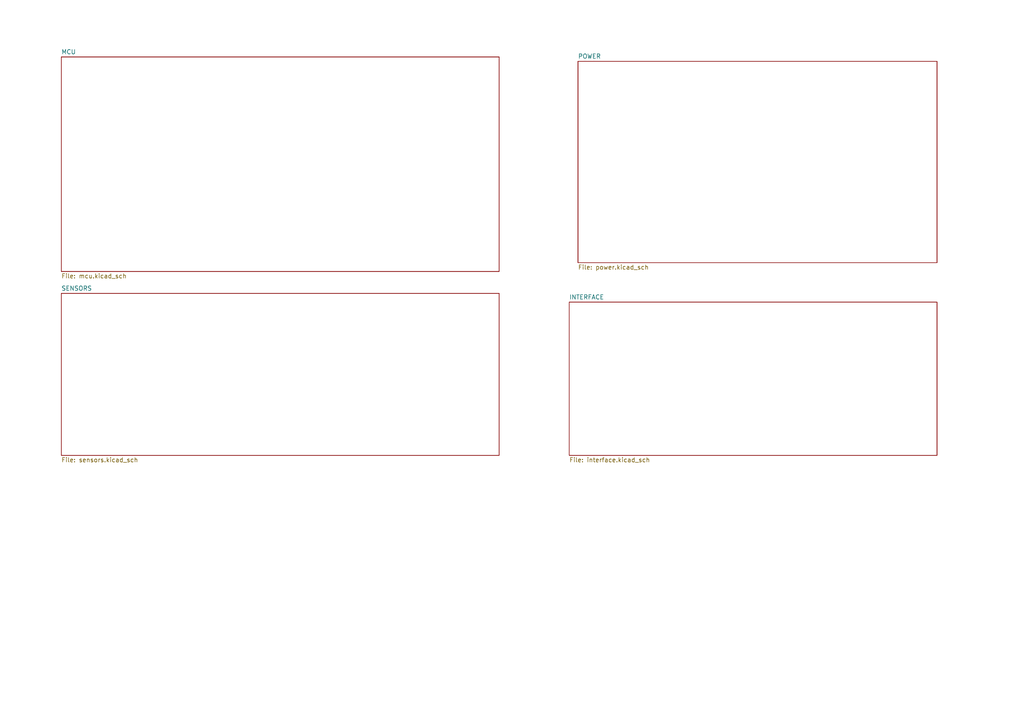
<source format=kicad_sch>
(kicad_sch
	(version 20231120)
	(generator "eeschema")
	(generator_version "8.0")
	(uuid "9d05c756-443f-4d4d-9854-905483bdebb5")
	(paper "A4")
	(lib_symbols)
	(sheet
		(at 17.78 85.09)
		(size 127 46.99)
		(fields_autoplaced yes)
		(stroke
			(width 0.1524)
			(type solid)
		)
		(fill
			(color 0 0 0 0.0000)
		)
		(uuid "5f724fc2-c244-4ef5-a561-90477baa6d29")
		(property "Sheetname" "SENSORS"
			(at 17.78 84.3784 0)
			(effects
				(font
					(size 1.27 1.27)
				)
				(justify left bottom)
			)
		)
		(property "Sheetfile" "sensors.kicad_sch"
			(at 17.78 132.6646 0)
			(effects
				(font
					(size 1.27 1.27)
				)
				(justify left top)
			)
		)
		(property "Field2" ""
			(at 17.78 85.09 0)
			(effects
				(font
					(size 1.27 1.27)
				)
				(hide yes)
			)
		)
		(instances
			(project "chute_release"
				(path "/9d05c756-443f-4d4d-9854-905483bdebb5"
					(page "4")
				)
			)
		)
	)
	(sheet
		(at 165.1 87.63)
		(size 106.68 44.45)
		(fields_autoplaced yes)
		(stroke
			(width 0.1524)
			(type solid)
		)
		(fill
			(color 0 0 0 0.0000)
		)
		(uuid "81f39544-edb3-4c73-aab1-56b23621352d")
		(property "Sheetname" "INTERFACE"
			(at 165.1 86.9184 0)
			(effects
				(font
					(size 1.27 1.27)
				)
				(justify left bottom)
			)
		)
		(property "Sheetfile" "interface.kicad_sch"
			(at 165.1 132.6646 0)
			(effects
				(font
					(size 1.27 1.27)
				)
				(justify left top)
			)
		)
		(instances
			(project "chute_release"
				(path "/9d05c756-443f-4d4d-9854-905483bdebb5"
					(page "5")
				)
			)
		)
	)
	(sheet
		(at 167.64 17.78)
		(size 104.14 58.42)
		(fields_autoplaced yes)
		(stroke
			(width 0.1524)
			(type solid)
		)
		(fill
			(color 0 0 0 0.0000)
		)
		(uuid "afe4b9a7-4888-43df-a8b4-becbfded7c1d")
		(property "Sheetname" "POWER"
			(at 167.64 17.0684 0)
			(effects
				(font
					(size 1.27 1.27)
				)
				(justify left bottom)
			)
		)
		(property "Sheetfile" "power.kicad_sch"
			(at 167.64 76.7846 0)
			(effects
				(font
					(size 1.27 1.27)
				)
				(justify left top)
			)
		)
		(instances
			(project "chute_release"
				(path "/9d05c756-443f-4d4d-9854-905483bdebb5"
					(page "3")
				)
			)
		)
	)
	(sheet
		(at 17.78 16.51)
		(size 127 62.23)
		(fields_autoplaced yes)
		(stroke
			(width 0.1524)
			(type solid)
		)
		(fill
			(color 0 0 0 0.0000)
		)
		(uuid "bdb2c442-b20f-44c0-bb5b-b75bb6e98de3")
		(property "Sheetname" "MCU"
			(at 17.78 15.7984 0)
			(effects
				(font
					(size 1.27 1.27)
				)
				(justify left bottom)
			)
		)
		(property "Sheetfile" "mcu.kicad_sch"
			(at 17.78 79.3246 0)
			(effects
				(font
					(size 1.27 1.27)
				)
				(justify left top)
			)
		)
		(instances
			(project "chute_release"
				(path "/9d05c756-443f-4d4d-9854-905483bdebb5"
					(page "2")
				)
			)
		)
	)
	(sheet_instances
		(path "/"
			(page "1")
		)
	)
)

</source>
